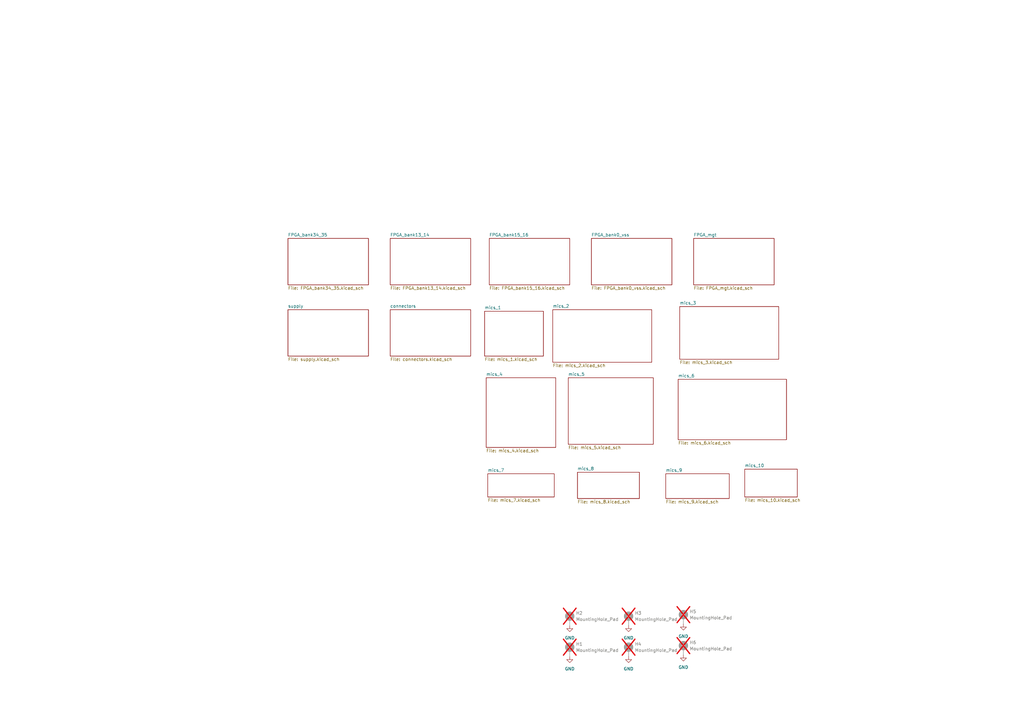
<source format=kicad_sch>
(kicad_sch (version 20231120) (generator "eeschema") (generator_version "8.0")
  (paper "A3")
  (lib_symbols
    (symbol "Mechanical:MountingHole_Pad" (pin_numbers hide) (pin_names (offset 1.016) hide)
      (property "Reference" "H" (at 0 6.35 0))
      (property "Value" "MountingHole_Pad" (at 0 4.445 0))
      (symbol "MountingHole_Pad_0_1"
        (circle (center 0 1.27) (radius 1.27) (stroke (width 1.27)))
      )
      (symbol "MountingHole_Pad_1_1"
        (pin input line (at 0 -2.54 90) (length 2.54) (name "1") (number "1"))
      )
    )
    (symbol "power:GND" (power) (pin_names (offset 0))
      (property "Value" "GND" (at 0 -3.81 0))
      (symbol "GND_0_1"
        (polyline (pts (xy 0 0) (xy 0 -1.27) (xy 1.27 -1.27) (xy 0 -2.54) (xy -1.27 -1.27) (xy 0 -1.27)))
      )
      (symbol "GND_1_1"
        (pin power_in line (at 0 0 270) (length 0) hide (name "GND") (number "1"))
      )
    )
  )
  (symbol (lib_id "power:GND") (at 233.68 269.24 0) (unit 1)
    (property "Reference" "#PWR053" (effects (hide yes)))
    (property "Value" "GND" (at 233.68 274.32 0))
  )
  (symbol (lib_id "power:GND") (at 280.289 255.905 0) (unit 1)
    (property "Reference" "#PWR081" (effects (hide yes)))
    (property "Value" "GND" (at 280.289 260.985 0))
  )
  (symbol (lib_id "power:GND") (at 233.68 256.54 0) (unit 1)
    (property "Reference" "#PWR054" (effects (hide yes)))
    (property "Value" "GND" (at 233.68 261.62 0))
  )
  (symbol (lib_id "Mechanical:MountingHole_Pad") (at 257.81 254 0) (unit 1) (dnp yes)
    (property "Reference" "H3" (at 260.35 251.46 0) (effects (justify left)))
    (property "Value" "MountingHole_Pad" (at 260.35 254 0) (effects (justify left)))
    (property "Footprint" "MountingHole:MountingHole_2.2mm_M2" (effects (hide yes)))
  )
  (symbol (lib_id "Mechanical:MountingHole_Pad") (at 280.289 266.065 0) (unit 1) (dnp yes)
    (property "Reference" "H6" (at 282.829 263.525 0) (effects (justify left)))
    (property "Value" "MountingHole_Pad" (at 282.829 266.065 0) (effects (justify left)))
    (property "Footprint" "MountingHole:MountingHole_2.2mm_M2" (effects (hide yes)))
  )
  (symbol (lib_id "Mechanical:MountingHole_Pad") (at 233.68 254 0) (unit 1) (dnp yes)
    (property "Reference" "H2" (at 236.22 251.46 0) (effects (justify left)))
    (property "Value" "MountingHole_Pad" (at 236.22 254 0) (effects (justify left)))
    (property "Footprint" "MountingHole:MountingHole_2.2mm_M2" (effects (hide yes)))
  )
  (symbol (lib_id "power:GND") (at 280.289 268.605 0) (unit 1)
    (property "Reference" "#PWR082" (effects (hide yes)))
    (property "Value" "GND" (at 280.289 273.685 0))
  )
  (symbol (lib_id "power:GND") (at 257.81 256.54 0) (unit 1)
    (property "Reference" "#PWR055" (effects (hide yes)))
    (property "Value" "GND" (at 257.81 261.62 0))
  )
  (symbol (lib_id "power:GND") (at 257.81 269.24 0) (unit 1)
    (property "Reference" "#PWR056" (effects (hide yes)))
    (property "Value" "GND" (at 257.81 274.32 0))
  )
  (symbol (lib_id "Mechanical:MountingHole_Pad") (at 280.289 253.365 0) (unit 1) (dnp yes)
    (property "Reference" "H5" (at 282.829 250.825 0) (effects (justify left)))
    (property "Value" "MountingHole_Pad" (at 282.829 253.365 0) (effects (justify left)))
    (property "Footprint" "MountingHole:MountingHole_2.2mm_M2" (effects (hide yes)))
  )
  (symbol (lib_id "Mechanical:MountingHole_Pad") (at 233.68 266.7 0) (unit 1) (dnp yes)
    (property "Reference" "H1" (at 236.22 264.16 0) (effects (justify left)))
    (property "Value" "MountingHole_Pad" (at 236.22 266.7 0) (effects (justify left)))
    (property "Footprint" "MountingHole:MountingHole_2.2mm_M2" (effects (hide yes)))
  )
  (symbol (lib_id "Mechanical:MountingHole_Pad") (at 257.81 266.7 0) (unit 1) (dnp yes)
    (property "Reference" "H4" (at 260.35 264.16 0) (effects (justify left)))
    (property "Value" "MountingHole_Pad" (at 260.35 266.7 0) (effects (justify left)))
    (property "Footprint" "MountingHole:MountingHole_2.2mm_M2" (effects (hide yes)))
  )
  (sheet (at 305.435 192.405) (size 21.59 11.43) (stroke (width 0.1524))
    (property "Sheetname" "mics_10" (at 305.435 191.6934 0) (effects (justify left bottom)))
    (property "Sheetfile" "mics_10.kicad_sch" (at 305.435 204.4196 0) (effects (justify left top)))
  )
  (sheet (at 233.045 154.94) (size 34.925 27.305) (stroke (width 0.1524))
    (property "Sheetname" "mics_5" (at 233.045 154.2284 0) (effects (justify left bottom)))
    (property "Sheetfile" "mics_5.kicad_sch" (at 233.045 182.8296 0) (effects (justify left top)))
  )
  (sheet (at 160.02 97.79) (size 33.02 19.05) (stroke (width 0.1524))
    (property "Sheetname" "FPGA_bank13_14" (at 160.02 97.0784 0) (effects (justify left bottom)))
    (property "Sheetfile" "FPGA_bank13_14.kicad_sch" (at 160.02 117.4246 0) (effects (justify left top)))
  )
  (sheet (at 160.02 127) (size 33.02 19.05) (stroke (width 0.1524))
    (property "Sheetname" "connectors" (at 160.02 126.2884 0) (effects (justify left bottom)))
    (property "Sheetfile" "connectors.kicad_sch" (at 160.02 146.6346 0) (effects (justify left top)))
  )
  (sheet (at 200.025 194.31) (size 27.305 9.525) (stroke (width 0.1524))
    (property "Sheetname" "mics_7" (at 200.025 193.5984 0) (effects (justify left bottom)))
    (property "Sheetfile" "mics_7.kicad_sch" (at 200.025 204.4196 0) (effects (justify left top)))
  )
  (sheet (at 118.11 97.79) (size 33.02 19.05) (stroke (width 0.1524))
    (property "Sheetname" "FPGA_bank34_35" (at 118.11 97.0784 0) (effects (justify left bottom)))
    (property "Sheetfile" "FPGA_bank34_35.kicad_sch" (at 118.11 117.4246 0) (effects (justify left top)))
  )
  (sheet (at 199.39 154.94) (size 28.575 28.575) (stroke (width 0.1524))
    (property "Sheetname" "mics_4" (at 199.39 154.2284 0) (effects (justify left bottom)))
    (property "Sheetfile" "mics_4.kicad_sch" (at 199.39 184.0996 0) (effects (justify left top)))
  )
  (sheet (at 200.66 97.79) (size 33.02 19.05) (stroke (width 0.1524))
    (property "Sheetname" "FPGA_bank15_16" (at 200.66 97.0784 0) (effects (justify left bottom)))
    (property "Sheetfile" "FPGA_bank15_16.kicad_sch" (at 200.66 117.4246 0) (effects (justify left top)))
  )
  (sheet (at 242.57 97.79) (size 33.02 19.05) (stroke (width 0.1524))
    (property "Sheetname" "FPGA_bank0_vss" (at 242.57 97.0784 0) (effects (justify left bottom)))
    (property "Sheetfile" "FPGA_bank0_vss.kicad_sch" (at 242.57 117.4246 0) (effects (justify left top)))
  )
  (sheet (at 273.05 194.31) (size 26.035 10.16) (stroke (width 0.1524))
    (property "Sheetname" "mics_9" (at 273.05 193.5984 0) (effects (justify left bottom)))
    (property "Sheetfile" "mics_9.kicad_sch" (at 273.05 205.0546 0) (effects (justify left top)))
  )
  (sheet (at 226.695 127) (size 40.64 21.59) (stroke (width 0.1524))
    (property "Sheetname" "mics_2" (at 226.695 126.2884 0) (effects (justify left bottom)))
    (property "Sheetfile" "mics_2.kicad_sch" (at 226.695 149.1746 0) (effects (justify left top)))
  )
  (sheet (at 118.11 127) (size 33.02 19.05) (stroke (width 0.1524))
    (property "Sheetname" "supply" (at 118.11 126.2884 0) (effects (justify left bottom)))
    (property "Sheetfile" "supply.kicad_sch" (at 118.11 146.6346 0) (effects (justify left top)))
  )
  (sheet (at 278.13 155.575) (size 44.45 24.765) (stroke (width 0.1524))
    (property "Sheetname" "mics_6" (at 278.13 154.8634 0) (effects (justify left bottom)))
    (property "Sheetfile" "mics_6.kicad_sch" (at 278.13 180.9246 0) (effects (justify left top)))
  )
  (sheet (at 278.765 125.73) (size 40.64 21.59) (stroke (width 0.1524))
    (property "Sheetname" "mics_3" (at 278.765 125.0184 0) (effects (justify left bottom)))
    (property "Sheetfile" "mics_3.kicad_sch" (at 278.765 147.9046 0) (effects (justify left top)))
  )
  (sheet (at 236.855 193.675) (size 25.4 10.795) (stroke (width 0.1524))
    (property "Sheetname" "mics_8" (at 236.855 192.9634 0) (effects (justify left bottom)))
    (property "Sheetfile" "mics_8.kicad_sch" (at 236.855 205.0546 0) (effects (justify left top)))
  )
  (sheet (at 198.755 127.635) (size 24.13 18.415) (stroke (width 0.1524))
    (property "Sheetname" "mics_1" (at 198.755 126.9234 0) (effects (justify left bottom)))
    (property "Sheetfile" "mics_1.kicad_sch" (at 198.755 146.6346 0) (effects (justify left top)))
  )
  (sheet (at 284.48 97.79) (size 33.02 19.05) (stroke (width 0.1524))
    (property "Sheetname" "FPGA_mgt" (at 284.48 97.0784 0) (effects (justify left bottom)))
    (property "Sheetfile" "FPGA_mgt.kicad_sch" (at 284.48 117.4246 0) (effects (justify left top)))
  )
)
</source>
